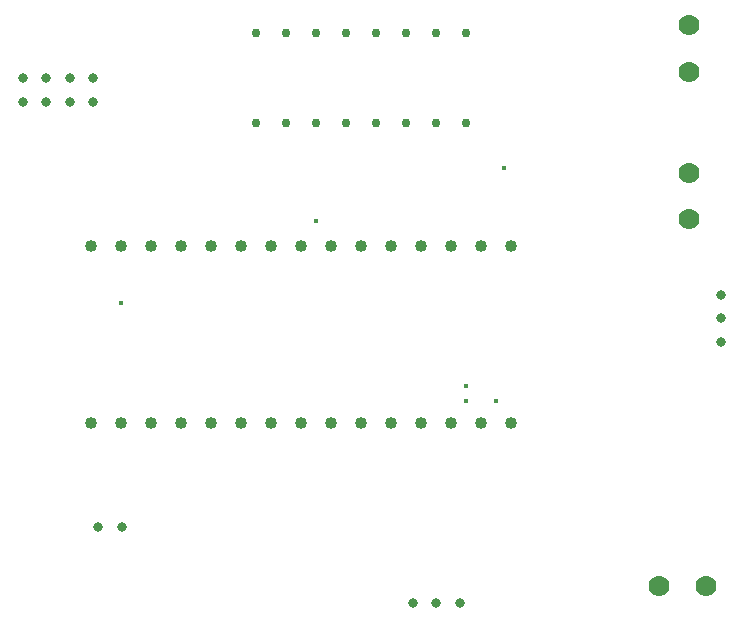
<source format=gbr>
G04 PROTEUS GERBER X2 FILE*
%TF.GenerationSoftware,Labcenter,Proteus,8.9-SP2-Build28501*%
%TF.CreationDate,2020-07-14T17:10:42+00:00*%
%TF.FileFunction,Plated,1,2,PTH*%
%TF.FilePolarity,Positive*%
%TF.Part,Single*%
%TF.SameCoordinates,{7d90a529-71f2-4dae-951e-d5efde4002f7}*%
%FSLAX45Y45*%
%MOMM*%
G01*
%TA.AperFunction,ViaDrill*%
%ADD34C,0.381000*%
%TA.AperFunction,ComponentDrill*%
%ADD35C,1.016000*%
%TA.AperFunction,ComponentDrill*%
%ADD36C,0.762000*%
%TA.AperFunction,ComponentDrill*%
%ADD37C,0.812800*%
%TA.AperFunction,ComponentDrill*%
%ADD38C,1.778000*%
%TD.AperFunction*%
D34*
X-3556000Y+1143000D03*
X-381000Y+317500D03*
X-635000Y+317500D03*
X-635000Y+444500D03*
X-1905000Y+1841500D03*
X-317500Y+2286000D03*
D35*
X-3556000Y+127000D03*
X-1016000Y+127000D03*
X-3048000Y+127000D03*
X-2794000Y+127000D03*
X-2540000Y+127000D03*
X-2286000Y+127000D03*
X-2032000Y+127000D03*
X-1778000Y+127000D03*
X-1524000Y+127000D03*
X-1270000Y+127000D03*
X-3302000Y+127000D03*
X-1270000Y+1631200D03*
X-1524000Y+1631200D03*
X-1778000Y+1631200D03*
X-2032000Y+1631200D03*
X-2286000Y+1631200D03*
X-2540000Y+1631200D03*
X-2794000Y+1631200D03*
X-3048000Y+1631200D03*
X-3302000Y+1631200D03*
X-3556000Y+1631200D03*
X-3810000Y+1631200D03*
X-3810000Y+127000D03*
X-508000Y+127000D03*
X-1016000Y+1631200D03*
X-762000Y+127000D03*
X-762000Y+1631200D03*
X-508000Y+1631200D03*
X-254000Y+1631200D03*
X-254000Y+127000D03*
D36*
X-2413000Y+2667000D03*
X-2159000Y+2667000D03*
X-1905000Y+2667000D03*
X-1651000Y+2667000D03*
X-1397000Y+2667000D03*
X-1143000Y+2667000D03*
X-889000Y+2667000D03*
X-635000Y+2667000D03*
X-635000Y+3429000D03*
X-889000Y+3429000D03*
X-1143000Y+3429000D03*
X-1397000Y+3429000D03*
X-1651000Y+3429000D03*
X-1905000Y+3429000D03*
X-2159000Y+3429000D03*
X-2413000Y+3429000D03*
D37*
X-3791000Y+3048000D03*
X-3791000Y+2848000D03*
X-3991000Y+3048000D03*
X-3991000Y+2848000D03*
X-4191000Y+3048000D03*
X-4191000Y+2848000D03*
X-4391000Y+3048000D03*
X-4391000Y+2848000D03*
X-1089000Y-1397000D03*
X-889000Y-1397000D03*
X-689000Y-1397000D03*
X+1524000Y+1216000D03*
X+1524000Y+1016000D03*
X+1524000Y+816000D03*
X-3750000Y-750000D03*
X-3550000Y-750000D03*
D38*
X+1000000Y-1250000D03*
X+1396240Y-1250000D03*
X+1250000Y+3500000D03*
X+1250000Y+3103760D03*
X+1250000Y+2250000D03*
X+1250000Y+1853760D03*
M02*

</source>
